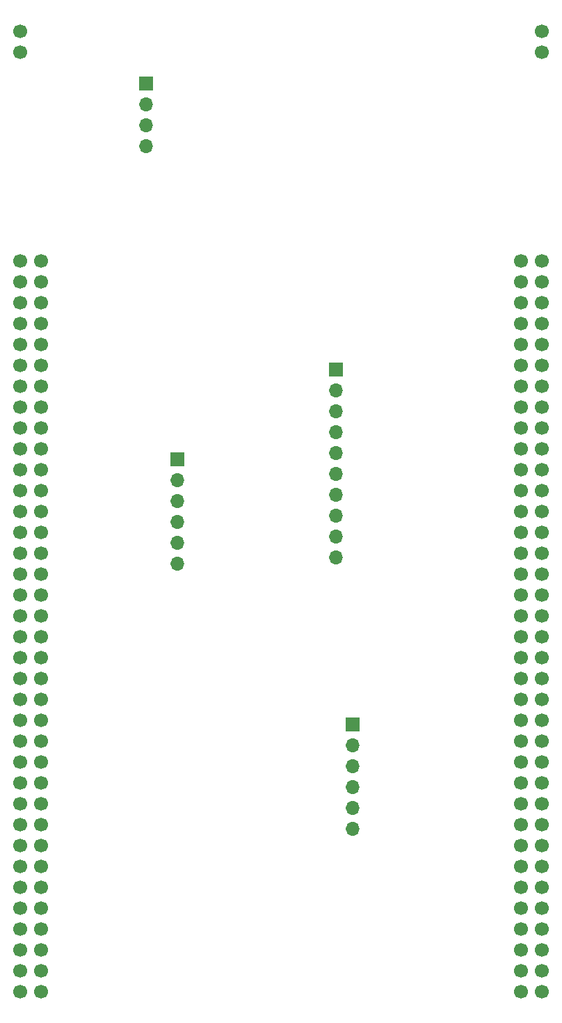
<source format=gbr>
%TF.GenerationSoftware,KiCad,Pcbnew,5.1.10-88a1d61d58~90~ubuntu20.04.1*%
%TF.CreationDate,2021-11-03T21:20:01-05:00*%
%TF.ProjectId,Backup,4261636b-7570-42e6-9b69-6361645f7063,rev?*%
%TF.SameCoordinates,Original*%
%TF.FileFunction,Copper,L2,Bot*%
%TF.FilePolarity,Positive*%
%FSLAX46Y46*%
G04 Gerber Fmt 4.6, Leading zero omitted, Abs format (unit mm)*
G04 Created by KiCad (PCBNEW 5.1.10-88a1d61d58~90~ubuntu20.04.1) date 2021-11-03 21:20:01*
%MOMM*%
%LPD*%
G01*
G04 APERTURE LIST*
%TA.AperFunction,ComponentPad*%
%ADD10C,1.700000*%
%TD*%
%TA.AperFunction,ComponentPad*%
%ADD11R,1.700000X1.700000*%
%TD*%
%TA.AperFunction,ComponentPad*%
%ADD12O,1.700000X1.700000*%
%TD*%
G04 APERTURE END LIST*
D10*
%TO.P,U1,148*%
%TO.N,N/C*%
X138141001Y-43163001D03*
%TO.P,U1,147*%
X138141001Y-40623001D03*
%TO.P,U1,146*%
X74641001Y-43163001D03*
%TO.P,U1,145*%
X74641001Y-40623001D03*
%TO.P,U1,144*%
%TO.N,GND*%
X138141001Y-157463001D03*
%TO.P,U1,143*%
X135601001Y-157463001D03*
%TO.P,U1,142*%
%TO.N,Net-(U1-Pad142)*%
X138141001Y-154923001D03*
%TO.P,U1,141*%
%TO.N,Net-(U1-Pad141)*%
X135601001Y-154923001D03*
%TO.P,U1,140*%
%TO.N,Net-(U1-Pad140)*%
X138141001Y-152383001D03*
%TO.P,U1,139*%
%TO.N,Net-(U1-Pad139)*%
X135601001Y-152383001D03*
%TO.P,U1,138*%
%TO.N,Net-(U1-Pad138)*%
X138141001Y-149843001D03*
%TO.P,U1,137*%
%TO.N,Net-(U1-Pad137)*%
X135601001Y-149843001D03*
%TO.P,U1,136*%
%TO.N,Net-(U1-Pad136)*%
X138141001Y-147303001D03*
%TO.P,U1,135*%
%TO.N,GND*%
X135601001Y-147303001D03*
%TO.P,U1,134*%
%TO.N,Net-(U1-Pad134)*%
X138141001Y-144763001D03*
%TO.P,U1,133*%
%TO.N,Net-(U1-Pad133)*%
X135601001Y-144763001D03*
%TO.P,U1,132*%
%TO.N,Net-(U1-Pad132)*%
X138141001Y-142223001D03*
%TO.P,U1,131*%
%TO.N,Net-(U1-Pad131)*%
X135601001Y-142223001D03*
%TO.P,U1,130*%
%TO.N,Net-(U1-Pad130)*%
X138141001Y-139683001D03*
%TO.P,U1,129*%
%TO.N,Net-(U1-Pad129)*%
X135601001Y-139683001D03*
%TO.P,U1,128*%
%TO.N,Net-(U1-Pad128)*%
X138141001Y-137143001D03*
%TO.P,U1,127*%
%TO.N,Net-(U1-Pad127)*%
X135601001Y-137143001D03*
%TO.P,U1,126*%
%TO.N,GND*%
X138141001Y-134603001D03*
%TO.P,U1,125*%
%TO.N,Net-(U1-Pad125)*%
X135601001Y-134603001D03*
%TO.P,U1,124*%
%TO.N,Net-(U1-Pad124)*%
X138141001Y-132063001D03*
%TO.P,U1,123*%
%TO.N,Net-(U1-Pad123)*%
X135601001Y-132063001D03*
%TO.P,U1,122*%
%TO.N,Net-(U1-Pad122)*%
X138141001Y-129523001D03*
%TO.P,U1,121*%
%TO.N,Net-(U1-Pad121)*%
X135601001Y-129523001D03*
%TO.P,U1,120*%
%TO.N,Net-(U1-Pad120)*%
X138141001Y-126983001D03*
%TO.P,U1,119*%
%TO.N,Net-(U1-Pad119)*%
X135601001Y-126983001D03*
%TO.P,U1,118*%
%TO.N,Net-(U1-Pad118)*%
X138141001Y-124443001D03*
%TO.P,U1,117*%
%TO.N,Net-(U1-Pad117)*%
X135601001Y-124443001D03*
%TO.P,U1,116*%
%TO.N,Net-(U1-Pad116)*%
X138141001Y-121903001D03*
%TO.P,U1,115*%
%TO.N,Net-(U1-Pad115)*%
X135601001Y-121903001D03*
%TO.P,U1,114*%
%TO.N,Net-(U1-Pad114)*%
X138141001Y-119363001D03*
%TO.P,U1,113*%
%TO.N,Net-(U1-Pad113)*%
X135601001Y-119363001D03*
%TO.P,U1,112*%
%TO.N,Net-(U1-Pad112)*%
X138141001Y-116823001D03*
%TO.P,U1,111*%
%TO.N,GND*%
X135601001Y-116823001D03*
%TO.P,U1,110*%
%TO.N,Net-(U1-Pad110)*%
X138141001Y-114283001D03*
%TO.P,U1,109*%
%TO.N,Net-(U1-Pad109)*%
X135601001Y-114283001D03*
%TO.P,U1,108*%
%TO.N,Net-(U1-Pad108)*%
X138141001Y-111743001D03*
%TO.P,U1,107*%
%TO.N,Net-(U1-Pad107)*%
X135601001Y-111743001D03*
%TO.P,U1,106*%
%TO.N,Net-(U1-Pad106)*%
X138141001Y-109203001D03*
%TO.P,U1,105*%
%TO.N,Net-(U1-Pad105)*%
X135601001Y-109203001D03*
%TO.P,U1,104*%
%TO.N,Net-(U1-Pad104)*%
X138141001Y-106663001D03*
%TO.P,U1,103*%
%TO.N,Net-(U1-Pad103)*%
X135601001Y-106663001D03*
%TO.P,U1,102*%
%TO.N,Net-(U1-Pad102)*%
X138141001Y-104123001D03*
%TO.P,U1,101*%
%TO.N,Net-(U1-Pad101)*%
X135601001Y-104123001D03*
%TO.P,U1,100*%
%TO.N,Net-(U1-Pad100)*%
X138141001Y-101583001D03*
%TO.P,U1,99*%
%TO.N,Net-(U1-Pad99)*%
X135601001Y-101583001D03*
%TO.P,U1,98*%
%TO.N,Net-(U1-Pad98)*%
X138141001Y-99043001D03*
%TO.P,U1,97*%
%TO.N,Net-(U1-Pad97)*%
X135601001Y-99043001D03*
%TO.P,U1,96*%
%TO.N,Net-(U1-Pad96)*%
X138141001Y-96503001D03*
%TO.P,U1,95*%
%TO.N,Net-(U1-Pad95)*%
X135601001Y-96503001D03*
%TO.P,U1,94*%
%TO.N,Net-(U1-Pad94)*%
X138141001Y-93963001D03*
%TO.P,U1,93*%
%TO.N,Net-(U1-Pad93)*%
X135601001Y-93963001D03*
%TO.P,U1,92*%
%TO.N,GND*%
X138141001Y-91423001D03*
%TO.P,U1,91*%
%TO.N,Net-(U1-Pad91)*%
X135601001Y-91423001D03*
%TO.P,U1,90*%
%TO.N,Net-(U1-Pad90)*%
X138141001Y-88883001D03*
%TO.P,U1,89*%
%TO.N,Net-(U1-Pad89)*%
X135601001Y-88883001D03*
%TO.P,U1,88*%
%TO.N,Net-(U1-Pad88)*%
X138141001Y-86343001D03*
%TO.P,U1,87*%
%TO.N,Net-(U1-Pad87)*%
X135601001Y-86343001D03*
%TO.P,U1,86*%
%TO.N,Net-(U1-Pad86)*%
X138141001Y-83803001D03*
%TO.P,U1,85*%
%TO.N,Net-(U1-Pad85)*%
X135601001Y-83803001D03*
%TO.P,U1,84*%
%TO.N,Net-(U1-Pad84)*%
X138141001Y-81263001D03*
%TO.P,U1,83*%
%TO.N,Net-(U1-Pad83)*%
X135601001Y-81263001D03*
%TO.P,U1,82*%
%TO.N,Net-(U1-Pad82)*%
X138141001Y-78723001D03*
%TO.P,U1,81*%
%TO.N,GND*%
X135601001Y-78723001D03*
%TO.P,U1,80*%
%TO.N,Net-(U1-Pad80)*%
X138141001Y-76183001D03*
%TO.P,U1,79*%
%TO.N,Net-(U1-Pad79)*%
X135601001Y-76183001D03*
%TO.P,U1,78*%
%TO.N,Net-(U1-Pad78)*%
X138141001Y-73643001D03*
%TO.P,U1,77*%
%TO.N,GY80_I2C_SDA*%
X135601001Y-73643001D03*
%TO.P,U1,76*%
%TO.N,Net-(U1-Pad76)*%
X138141001Y-71103001D03*
%TO.P,U1,75*%
%TO.N,GY80_I2C_SCL*%
X135601001Y-71103001D03*
%TO.P,U1,74*%
%TO.N,Net-(U1-Pad74)*%
X138141001Y-68563001D03*
%TO.P,U1,73*%
%TO.N,Net-(U1-Pad73)*%
X135601001Y-68563001D03*
%TO.P,U1,72*%
%TO.N,GND*%
X77181001Y-157463001D03*
%TO.P,U1,71*%
X74641001Y-157463001D03*
%TO.P,U1,70*%
%TO.N,Net-(U1-Pad70)*%
X77181001Y-154923001D03*
%TO.P,U1,69*%
%TO.N,Net-(U1-Pad69)*%
X74641001Y-154923001D03*
%TO.P,U1,68*%
%TO.N,Net-(U1-Pad68)*%
X77181001Y-152383001D03*
%TO.P,U1,67*%
%TO.N,Net-(U1-Pad67)*%
X74641001Y-152383001D03*
%TO.P,U1,66*%
%TO.N,Net-(U1-Pad66)*%
X77181001Y-149843001D03*
%TO.P,U1,65*%
%TO.N,Net-(U1-Pad65)*%
X74641001Y-149843001D03*
%TO.P,U1,64*%
%TO.N,Net-(U1-Pad64)*%
X77181001Y-147303001D03*
%TO.P,U1,63*%
%TO.N,Net-(U1-Pad63)*%
X74641001Y-147303001D03*
%TO.P,U1,62*%
%TO.N,SD_SPI_MOSI*%
X77181001Y-144763001D03*
%TO.P,U1,61*%
%TO.N,Net-(U1-Pad61)*%
X74641001Y-144763001D03*
%TO.P,U1,60*%
%TO.N,GND*%
X77181001Y-142223001D03*
%TO.P,U1,59*%
%TO.N,Net-(U1-Pad59)*%
X74641001Y-142223001D03*
%TO.P,U1,58*%
%TO.N,Net-(U1-Pad58)*%
X77181001Y-139683001D03*
%TO.P,U1,57*%
%TO.N,Net-(U1-Pad57)*%
X74641001Y-139683001D03*
%TO.P,U1,56*%
%TO.N,Net-(U1-Pad56)*%
X77181001Y-137143001D03*
%TO.P,U1,55*%
%TO.N,Net-(U1-Pad55)*%
X74641001Y-137143001D03*
%TO.P,U1,54*%
%TO.N,Net-(U1-Pad54)*%
X77181001Y-134603001D03*
%TO.P,U1,53*%
%TO.N,Net-(U1-Pad53)*%
X74641001Y-134603001D03*
%TO.P,U1,52*%
%TO.N,Net-(U1-Pad52)*%
X77181001Y-132063001D03*
%TO.P,U1,51*%
%TO.N,Net-(U1-Pad51)*%
X74641001Y-132063001D03*
%TO.P,U1,50*%
%TO.N,SD_SPI_MISO*%
X77181001Y-129523001D03*
%TO.P,U1,49*%
%TO.N,GND*%
X74641001Y-129523001D03*
%TO.P,U1,48*%
%TO.N,SD_SPI_CS*%
X77181001Y-126983001D03*
%TO.P,U1,47*%
%TO.N,Net-(U1-Pad47)*%
X74641001Y-126983001D03*
%TO.P,U1,46*%
%TO.N,SD_SPI_SCK*%
X77181001Y-124443001D03*
%TO.P,U1,45*%
%TO.N,Net-(U1-Pad45)*%
X74641001Y-124443001D03*
%TO.P,U1,44*%
%TO.N,Net-(U1-Pad44)*%
X77181001Y-121903001D03*
%TO.P,U1,43*%
%TO.N,HC05_UART_TX*%
X74641001Y-121903001D03*
%TO.P,U1,42*%
%TO.N,Net-(U1-Pad42)*%
X77181001Y-119363001D03*
%TO.P,U1,41*%
%TO.N,HC05_UART_RX*%
X74641001Y-119363001D03*
%TO.P,U1,40*%
%TO.N,Net-(U1-Pad40)*%
X77181001Y-116823001D03*
%TO.P,U1,39*%
%TO.N,Net-(U1-Pad39)*%
X74641001Y-116823001D03*
%TO.P,U1,38*%
%TO.N,Net-(U1-Pad38)*%
X77181001Y-114283001D03*
%TO.P,U1,37*%
%TO.N,Net-(U1-Pad37)*%
X74641001Y-114283001D03*
%TO.P,U1,36*%
%TO.N,Net-(U1-Pad36)*%
X77181001Y-111743001D03*
%TO.P,U1,35*%
%TO.N,Net-(U1-Pad35)*%
X74641001Y-111743001D03*
%TO.P,U1,34*%
%TO.N,Net-(U1-Pad34)*%
X77181001Y-109203001D03*
%TO.P,U1,33*%
%TO.N,Net-(U1-Pad33)*%
X74641001Y-109203001D03*
%TO.P,U1,32*%
%TO.N,Net-(U1-Pad32)*%
X77181001Y-106663001D03*
%TO.P,U1,31*%
%TO.N,Net-(U1-Pad31)*%
X74641001Y-106663001D03*
%TO.P,U1,30*%
%TO.N,Net-(U1-Pad30)*%
X77181001Y-104123001D03*
%TO.P,U1,29*%
%TO.N,Net-(U1-Pad29)*%
X74641001Y-104123001D03*
%TO.P,U1,28*%
%TO.N,Net-(U1-Pad28)*%
X77181001Y-101583001D03*
%TO.P,U1,27*%
%TO.N,Net-(U1-Pad27)*%
X74641001Y-101583001D03*
%TO.P,U1,26*%
%TO.N,Net-(U1-Pad26)*%
X77181001Y-99043001D03*
%TO.P,U1,25*%
%TO.N,Net-(U1-Pad25)*%
X74641001Y-99043001D03*
%TO.P,U1,24*%
%TO.N,Net-(U1-Pad24)*%
X77181001Y-96503001D03*
%TO.P,U1,23*%
%TO.N,Net-(U1-Pad23)*%
X74641001Y-96503001D03*
%TO.P,U1,22*%
%TO.N,GND*%
X77181001Y-93963001D03*
%TO.P,U1,21*%
%TO.N,Net-(U1-Pad21)*%
X74641001Y-93963001D03*
%TO.P,U1,20*%
%TO.N,GND*%
X77181001Y-91423001D03*
%TO.P,U1,19*%
X74641001Y-91423001D03*
%TO.P,U1,18*%
%TO.N,+5V*%
X77181001Y-88883001D03*
%TO.P,U1,17*%
%TO.N,Net-(U1-Pad17)*%
X74641001Y-88883001D03*
%TO.P,U1,16*%
%TO.N,+3V3*%
X77181001Y-86343001D03*
%TO.P,U1,15*%
%TO.N,Net-(U1-Pad15)*%
X74641001Y-86343001D03*
%TO.P,U1,14*%
%TO.N,Net-(U1-Pad14)*%
X77181001Y-83803001D03*
%TO.P,U1,13*%
%TO.N,Net-(U1-Pad13)*%
X74641001Y-83803001D03*
%TO.P,U1,12*%
%TO.N,Net-(U1-Pad12)*%
X77181001Y-81263001D03*
%TO.P,U1,11*%
%TO.N,GPS_UART_RX*%
X74641001Y-81263001D03*
%TO.P,U1,10*%
%TO.N,Net-(U1-Pad10)*%
X77181001Y-78723001D03*
%TO.P,U1,9*%
%TO.N,GPS_UART_TX*%
X74641001Y-78723001D03*
%TO.P,U1,8*%
%TO.N,GND*%
X77181001Y-76183001D03*
%TO.P,U1,7*%
%TO.N,Net-(U1-Pad7)*%
X74641001Y-76183001D03*
%TO.P,U1,6*%
%TO.N,Net-(U1-Pad6)*%
X77181001Y-73643001D03*
%TO.P,U1,5*%
%TO.N,Net-(U1-Pad5)*%
X74641001Y-73643001D03*
%TO.P,U1,4*%
%TO.N,Net-(U1-Pad4)*%
X77181001Y-71103001D03*
%TO.P,U1,3*%
%TO.N,Net-(U1-Pad3)*%
X74641001Y-71103001D03*
%TO.P,U1,2*%
%TO.N,Net-(U1-Pad2)*%
X77181001Y-68563001D03*
%TO.P,U1,1*%
%TO.N,Net-(U1-Pad1)*%
X74641001Y-68563001D03*
%TD*%
D11*
%TO.P,IMU,1*%
%TO.N,+5V*%
X113030000Y-81788000D03*
D12*
%TO.P,IMU,2*%
%TO.N,Net-(J1-Pad2)*%
X113030000Y-84328000D03*
%TO.P,IMU,3*%
%TO.N,GND*%
X113030000Y-86868000D03*
%TO.P,IMU,4*%
%TO.N,GY80_I2C_SCL*%
X113030000Y-89408000D03*
%TO.P,IMU,5*%
%TO.N,GY80_I2C_SDA*%
X113030000Y-91948000D03*
%TO.P,IMU,6*%
%TO.N,Net-(J1-Pad6)*%
X113030000Y-94488000D03*
%TO.P,IMU,7*%
%TO.N,Net-(J1-Pad7)*%
X113030000Y-97028000D03*
%TO.P,IMU,8*%
%TO.N,Net-(J1-Pad8)*%
X113030000Y-99568000D03*
%TO.P,IMU,9*%
%TO.N,Net-(J1-Pad9)*%
X113030000Y-102108000D03*
%TO.P,IMU,10*%
%TO.N,Net-(J1-Pad10)*%
X113030000Y-104648000D03*
%TD*%
D11*
%TO.P,GPS,1*%
%TO.N,+3V3*%
X89916000Y-46990000D03*
D12*
%TO.P,GPS,2*%
%TO.N,GPS_UART_TX*%
X89916000Y-49530000D03*
%TO.P,GPS,3*%
%TO.N,GPS_UART_RX*%
X89916000Y-52070000D03*
%TO.P,GPS,4*%
%TO.N,GND*%
X89916000Y-54610000D03*
%TD*%
D11*
%TO.P,BLUETOOTH,1*%
%TO.N,Net-(J3-Pad1)*%
X93726000Y-92710000D03*
D12*
%TO.P,BLUETOOTH,2*%
%TO.N,HC05_UART_RX*%
X93726000Y-95250000D03*
%TO.P,BLUETOOTH,3*%
%TO.N,HC05_UART_TX*%
X93726000Y-97790000D03*
%TO.P,BLUETOOTH,4*%
%TO.N,GND*%
X93726000Y-100330000D03*
%TO.P,BLUETOOTH,5*%
%TO.N,+5V*%
X93726000Y-102870000D03*
%TO.P,BLUETOOTH,6*%
%TO.N,Net-(J3-Pad6)*%
X93726000Y-105410000D03*
%TD*%
%TO.P,SD,6*%
%TO.N,GND*%
X115062000Y-137668000D03*
%TO.P,SD,5*%
%TO.N,+5V*%
X115062000Y-135128000D03*
%TO.P,SD,4*%
%TO.N,SD_SPI_MISO*%
X115062000Y-132588000D03*
%TO.P,SD,3*%
%TO.N,SD_SPI_MOSI*%
X115062000Y-130048000D03*
%TO.P,SD,2*%
%TO.N,SD_SPI_SCK*%
X115062000Y-127508000D03*
D11*
%TO.P,SD,1*%
%TO.N,SD_SPI_CS*%
X115062000Y-124968000D03*
%TD*%
M02*

</source>
